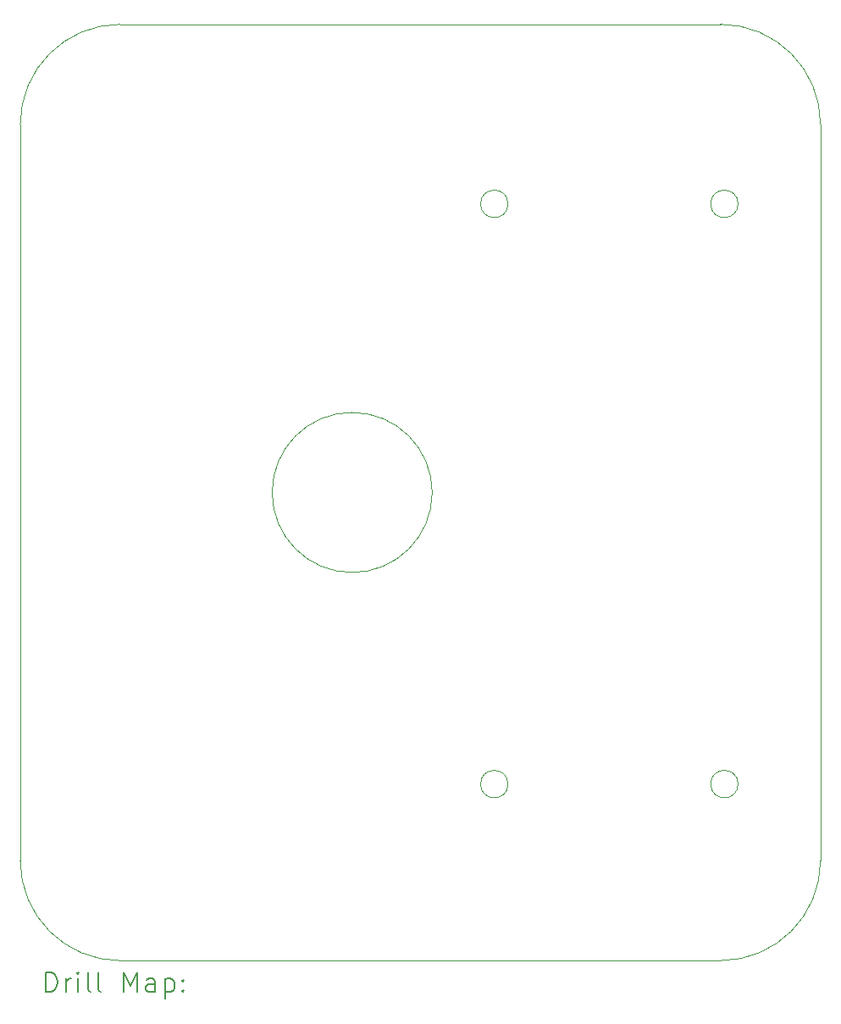
<source format=gbr>
%FSLAX45Y45*%
G04 Gerber Fmt 4.5, Leading zero omitted, Abs format (unit mm)*
G04 Created by KiCad (PCBNEW (6.0.1)) date 2022-04-29 11:25:00*
%MOMM*%
%LPD*%
G01*
G04 APERTURE LIST*
%TA.AperFunction,Profile*%
%ADD10C,0.050000*%
%TD*%
%ADD11C,0.200000*%
G04 APERTURE END LIST*
D10*
X14999991Y-14359991D02*
X8999991Y-14359991D01*
X7999991Y-13359991D02*
X7999991Y-5999991D01*
X8999991Y-4999991D02*
G75*
G03*
X7999991Y-5999991I0J-1000000D01*
G01*
X7999991Y-13359991D02*
G75*
G03*
X8999991Y-14359991I1000000J0D01*
G01*
X12875780Y-6794947D02*
G75*
G03*
X12875780Y-6794947I-137033J0D01*
G01*
X15999991Y-5999991D02*
X15999991Y-13359991D01*
X15999991Y-5999991D02*
G75*
G03*
X14999991Y-4999991I-1000000J0D01*
G01*
X12875780Y-12594947D02*
G75*
G03*
X12875780Y-12594947I-137033J0D01*
G01*
X8999991Y-4999991D02*
X14999991Y-4999991D01*
X14999991Y-14359991D02*
G75*
G03*
X15999991Y-13359991I0J1000000D01*
G01*
X15175780Y-12594947D02*
G75*
G03*
X15175780Y-12594947I-137033J0D01*
G01*
X12117991Y-9679991D02*
G75*
G03*
X12117991Y-9679991I-800000J0D01*
G01*
X15175780Y-6794947D02*
G75*
G03*
X15175780Y-6794947I-137033J0D01*
G01*
D11*
X8255110Y-14672967D02*
X8255110Y-14472967D01*
X8302729Y-14472967D01*
X8331301Y-14482491D01*
X8350348Y-14501539D01*
X8359872Y-14520586D01*
X8369396Y-14558682D01*
X8369396Y-14587253D01*
X8359872Y-14625348D01*
X8350348Y-14644396D01*
X8331301Y-14663443D01*
X8302729Y-14672967D01*
X8255110Y-14672967D01*
X8455110Y-14672967D02*
X8455110Y-14539634D01*
X8455110Y-14577729D02*
X8464634Y-14558682D01*
X8474158Y-14549158D01*
X8493205Y-14539634D01*
X8512253Y-14539634D01*
X8578920Y-14672967D02*
X8578920Y-14539634D01*
X8578920Y-14472967D02*
X8569396Y-14482491D01*
X8578920Y-14492015D01*
X8588444Y-14482491D01*
X8578920Y-14472967D01*
X8578920Y-14492015D01*
X8702729Y-14672967D02*
X8683682Y-14663443D01*
X8674158Y-14644396D01*
X8674158Y-14472967D01*
X8807491Y-14672967D02*
X8788444Y-14663443D01*
X8778920Y-14644396D01*
X8778920Y-14472967D01*
X9036063Y-14672967D02*
X9036063Y-14472967D01*
X9102729Y-14615824D01*
X9169396Y-14472967D01*
X9169396Y-14672967D01*
X9350348Y-14672967D02*
X9350348Y-14568205D01*
X9340825Y-14549158D01*
X9321777Y-14539634D01*
X9283682Y-14539634D01*
X9264634Y-14549158D01*
X9350348Y-14663443D02*
X9331301Y-14672967D01*
X9283682Y-14672967D01*
X9264634Y-14663443D01*
X9255110Y-14644396D01*
X9255110Y-14625348D01*
X9264634Y-14606301D01*
X9283682Y-14596777D01*
X9331301Y-14596777D01*
X9350348Y-14587253D01*
X9445586Y-14539634D02*
X9445586Y-14739634D01*
X9445586Y-14549158D02*
X9464634Y-14539634D01*
X9502729Y-14539634D01*
X9521777Y-14549158D01*
X9531301Y-14558682D01*
X9540825Y-14577729D01*
X9540825Y-14634872D01*
X9531301Y-14653920D01*
X9521777Y-14663443D01*
X9502729Y-14672967D01*
X9464634Y-14672967D01*
X9445586Y-14663443D01*
X9626539Y-14653920D02*
X9636063Y-14663443D01*
X9626539Y-14672967D01*
X9617015Y-14663443D01*
X9626539Y-14653920D01*
X9626539Y-14672967D01*
X9626539Y-14549158D02*
X9636063Y-14558682D01*
X9626539Y-14568205D01*
X9617015Y-14558682D01*
X9626539Y-14549158D01*
X9626539Y-14568205D01*
M02*

</source>
